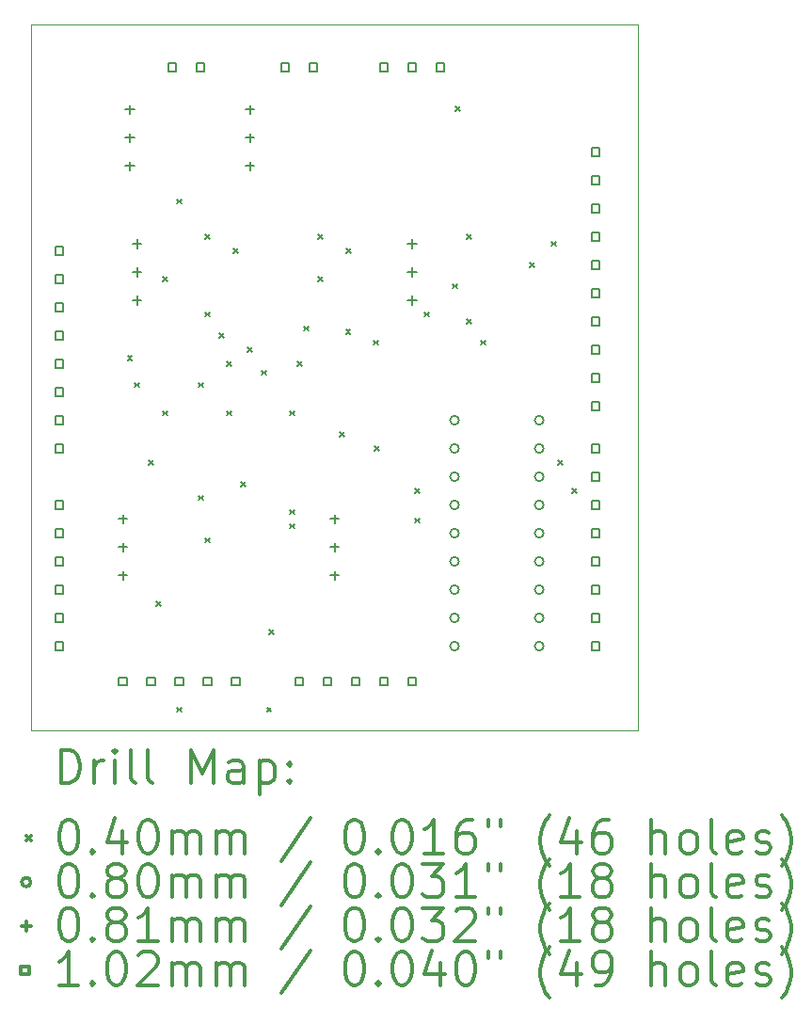
<source format=gbr>
%FSLAX45Y45*%
G04 Gerber Fmt 4.5, Leading zero omitted, Abs format (unit mm)*
G04 Created by KiCad (PCBNEW (2015-09-03 BZR 6154)-product) date Saturday, September 05, 2015 'PMt' 10:25:49 PM*
%MOMM*%
G01*
G04 APERTURE LIST*
%ADD10C,0.127000*%
%ADD11C,0.100000*%
%ADD12C,0.200000*%
%ADD13C,0.300000*%
G04 APERTURE END LIST*
D10*
D11*
X24003000Y-14351000D02*
X18542000Y-14351000D01*
X24003000Y-14224000D02*
X24003000Y-14351000D01*
X24003000Y-8001000D02*
X24003000Y-14224000D01*
X18542000Y-8001000D02*
X24003000Y-8001000D01*
X18542000Y-14351000D02*
X18542000Y-8001000D01*
D12*
X19408803Y-10976070D02*
X19448803Y-11016070D01*
X19448803Y-10976070D02*
X19408803Y-11016070D01*
X19474500Y-11219500D02*
X19514500Y-11259500D01*
X19514500Y-11219500D02*
X19474500Y-11259500D01*
X19601500Y-11918000D02*
X19641500Y-11958000D01*
X19641500Y-11918000D02*
X19601500Y-11958000D01*
X19665000Y-13188000D02*
X19705000Y-13228000D01*
X19705000Y-13188000D02*
X19665000Y-13228000D01*
X19728500Y-10267000D02*
X19768500Y-10307000D01*
X19768500Y-10267000D02*
X19728500Y-10307000D01*
X19728500Y-11473500D02*
X19768500Y-11513500D01*
X19768500Y-11473500D02*
X19728500Y-11513500D01*
X19855500Y-9568500D02*
X19895500Y-9608500D01*
X19895500Y-9568500D02*
X19855500Y-9608500D01*
X19855500Y-14140500D02*
X19895500Y-14180500D01*
X19895500Y-14140500D02*
X19855500Y-14180500D01*
X20046000Y-11219500D02*
X20086000Y-11259500D01*
X20086000Y-11219500D02*
X20046000Y-11259500D01*
X20049099Y-12235500D02*
X20089099Y-12275500D01*
X20089099Y-12235500D02*
X20049099Y-12275500D01*
X20109500Y-9888450D02*
X20149500Y-9928450D01*
X20149500Y-9888450D02*
X20109500Y-9928450D01*
X20109500Y-10584500D02*
X20149500Y-10624500D01*
X20149500Y-10584500D02*
X20109500Y-10624500D01*
X20109500Y-12616500D02*
X20149500Y-12656500D01*
X20149500Y-12616500D02*
X20109500Y-12656500D01*
X20236500Y-10775000D02*
X20276500Y-10815000D01*
X20276500Y-10775000D02*
X20236500Y-10815000D01*
X20300000Y-11029000D02*
X20340000Y-11069000D01*
X20340000Y-11029000D02*
X20300000Y-11069000D01*
X20300000Y-11473500D02*
X20340000Y-11513500D01*
X20340000Y-11473500D02*
X20300000Y-11513500D01*
X20363500Y-10013000D02*
X20403500Y-10053000D01*
X20403500Y-10013000D02*
X20363500Y-10053000D01*
X20427000Y-12114500D02*
X20467000Y-12154500D01*
X20467000Y-12114500D02*
X20427000Y-12154500D01*
X20490500Y-10902000D02*
X20530500Y-10942000D01*
X20530500Y-10902000D02*
X20490500Y-10942000D01*
X20617500Y-11108692D02*
X20657500Y-11148692D01*
X20657500Y-11108692D02*
X20617500Y-11148692D01*
X20663290Y-14140500D02*
X20703290Y-14180500D01*
X20703290Y-14140500D02*
X20663290Y-14180500D01*
X20681000Y-13442000D02*
X20721000Y-13482000D01*
X20721000Y-13442000D02*
X20681000Y-13482000D01*
X20871500Y-11473500D02*
X20911500Y-11513500D01*
X20911500Y-11473500D02*
X20871500Y-11513500D01*
X20871500Y-12489500D02*
X20911500Y-12529500D01*
X20911500Y-12489500D02*
X20871500Y-12529500D01*
X20871500Y-12362500D02*
X20911500Y-12402500D01*
X20911500Y-12362500D02*
X20871500Y-12402500D01*
X20935000Y-11029000D02*
X20975000Y-11069000D01*
X20975000Y-11029000D02*
X20935000Y-11069000D01*
X20998500Y-10711500D02*
X21038500Y-10751500D01*
X21038500Y-10711500D02*
X20998500Y-10751500D01*
X21125500Y-9886000D02*
X21165500Y-9926000D01*
X21165500Y-9886000D02*
X21125500Y-9926000D01*
X21125500Y-10267000D02*
X21165500Y-10307000D01*
X21165500Y-10267000D02*
X21125500Y-10307000D01*
X21316000Y-11664000D02*
X21356000Y-11704000D01*
X21356000Y-11664000D02*
X21316000Y-11704000D01*
X21373115Y-10742298D02*
X21413115Y-10782298D01*
X21413115Y-10742298D02*
X21373115Y-10782298D01*
X21379500Y-10012997D02*
X21419500Y-10052997D01*
X21419500Y-10012997D02*
X21379500Y-10052997D01*
X21622535Y-10838500D02*
X21662535Y-10878500D01*
X21662535Y-10838500D02*
X21622535Y-10878500D01*
X21633500Y-11791000D02*
X21673500Y-11831000D01*
X21673500Y-11791000D02*
X21633500Y-11831000D01*
X21998308Y-12172000D02*
X22038308Y-12212000D01*
X22038308Y-12172000D02*
X21998308Y-12212000D01*
X21998308Y-12439505D02*
X22038308Y-12479505D01*
X22038308Y-12439505D02*
X21998308Y-12479505D01*
X22078000Y-10584500D02*
X22118000Y-10624500D01*
X22118000Y-10584500D02*
X22078000Y-10624500D01*
X22332000Y-10330501D02*
X22372000Y-10370501D01*
X22372000Y-10330501D02*
X22332000Y-10370501D01*
X22362798Y-8736615D02*
X22402798Y-8776615D01*
X22402798Y-8736615D02*
X22362798Y-8776615D01*
X22459000Y-9887890D02*
X22499000Y-9927890D01*
X22499000Y-9887890D02*
X22459000Y-9927890D01*
X22459000Y-10648000D02*
X22499000Y-10688000D01*
X22499000Y-10648000D02*
X22459000Y-10688000D01*
X22586000Y-10838500D02*
X22626000Y-10878500D01*
X22626000Y-10838500D02*
X22586000Y-10878500D01*
X23030500Y-10140000D02*
X23070500Y-10180000D01*
X23070500Y-10140000D02*
X23030500Y-10180000D01*
X23221000Y-9949500D02*
X23261000Y-9989500D01*
X23261000Y-9949500D02*
X23221000Y-9989500D01*
X23284500Y-11918000D02*
X23324500Y-11958000D01*
X23324500Y-11918000D02*
X23284500Y-11958000D01*
X23411500Y-12172000D02*
X23451500Y-12212000D01*
X23451500Y-12172000D02*
X23411500Y-12212000D01*
X22392000Y-11557000D02*
G75*
G03X22392000Y-11557000I-40000J0D01*
G01*
X22392000Y-11811000D02*
G75*
G03X22392000Y-11811000I-40000J0D01*
G01*
X22392000Y-12065000D02*
G75*
G03X22392000Y-12065000I-40000J0D01*
G01*
X22392000Y-12319000D02*
G75*
G03X22392000Y-12319000I-40000J0D01*
G01*
X22392000Y-12573000D02*
G75*
G03X22392000Y-12573000I-40000J0D01*
G01*
X22392000Y-12827000D02*
G75*
G03X22392000Y-12827000I-40000J0D01*
G01*
X22392000Y-13081000D02*
G75*
G03X22392000Y-13081000I-40000J0D01*
G01*
X22392000Y-13335000D02*
G75*
G03X22392000Y-13335000I-40000J0D01*
G01*
X22392000Y-13589000D02*
G75*
G03X22392000Y-13589000I-40000J0D01*
G01*
X23154000Y-11557000D02*
G75*
G03X23154000Y-11557000I-40000J0D01*
G01*
X23154000Y-11811000D02*
G75*
G03X23154000Y-11811000I-40000J0D01*
G01*
X23154000Y-12065000D02*
G75*
G03X23154000Y-12065000I-40000J0D01*
G01*
X23154000Y-12319000D02*
G75*
G03X23154000Y-12319000I-40000J0D01*
G01*
X23154000Y-12573000D02*
G75*
G03X23154000Y-12573000I-40000J0D01*
G01*
X23154000Y-12827000D02*
G75*
G03X23154000Y-12827000I-40000J0D01*
G01*
X23154000Y-13081000D02*
G75*
G03X23154000Y-13081000I-40000J0D01*
G01*
X23154000Y-13335000D02*
G75*
G03X23154000Y-13335000I-40000J0D01*
G01*
X23154000Y-13589000D02*
G75*
G03X23154000Y-13589000I-40000J0D01*
G01*
X19367500Y-12405360D02*
X19367500Y-12486640D01*
X19326860Y-12446000D02*
X19408140Y-12446000D01*
X19367500Y-12659360D02*
X19367500Y-12740640D01*
X19326860Y-12700000D02*
X19408140Y-12700000D01*
X19367500Y-12913360D02*
X19367500Y-12994640D01*
X19326860Y-12954000D02*
X19408140Y-12954000D01*
X19431000Y-8722360D02*
X19431000Y-8803640D01*
X19390360Y-8763000D02*
X19471640Y-8763000D01*
X19431000Y-8976360D02*
X19431000Y-9057640D01*
X19390360Y-9017000D02*
X19471640Y-9017000D01*
X19431000Y-9230360D02*
X19431000Y-9311640D01*
X19390360Y-9271000D02*
X19471640Y-9271000D01*
X19494500Y-9928860D02*
X19494500Y-10010140D01*
X19453860Y-9969500D02*
X19535140Y-9969500D01*
X19494500Y-10182860D02*
X19494500Y-10264140D01*
X19453860Y-10223500D02*
X19535140Y-10223500D01*
X19494500Y-10436860D02*
X19494500Y-10518140D01*
X19453860Y-10477500D02*
X19535140Y-10477500D01*
X20510500Y-8722360D02*
X20510500Y-8803640D01*
X20469860Y-8763000D02*
X20551140Y-8763000D01*
X20510500Y-8976360D02*
X20510500Y-9057640D01*
X20469860Y-9017000D02*
X20551140Y-9017000D01*
X20510500Y-9230360D02*
X20510500Y-9311640D01*
X20469860Y-9271000D02*
X20551140Y-9271000D01*
X21272500Y-12405360D02*
X21272500Y-12486640D01*
X21231860Y-12446000D02*
X21313140Y-12446000D01*
X21272500Y-12659360D02*
X21272500Y-12740640D01*
X21231860Y-12700000D02*
X21313140Y-12700000D01*
X21272500Y-12913360D02*
X21272500Y-12994640D01*
X21231860Y-12954000D02*
X21313140Y-12954000D01*
X21971000Y-9928860D02*
X21971000Y-10010140D01*
X21930360Y-9969500D02*
X22011640Y-9969500D01*
X21971000Y-10182860D02*
X21971000Y-10264140D01*
X21930360Y-10223500D02*
X22011640Y-10223500D01*
X21971000Y-10436860D02*
X21971000Y-10518140D01*
X21930360Y-10477500D02*
X22011640Y-10477500D01*
X18831921Y-10068921D02*
X18831921Y-9997079D01*
X18760079Y-9997079D01*
X18760079Y-10068921D01*
X18831921Y-10068921D01*
X18831921Y-10322921D02*
X18831921Y-10251079D01*
X18760079Y-10251079D01*
X18760079Y-10322921D01*
X18831921Y-10322921D01*
X18831921Y-10576921D02*
X18831921Y-10505079D01*
X18760079Y-10505079D01*
X18760079Y-10576921D01*
X18831921Y-10576921D01*
X18831921Y-10830921D02*
X18831921Y-10759079D01*
X18760079Y-10759079D01*
X18760079Y-10830921D01*
X18831921Y-10830921D01*
X18831921Y-11084921D02*
X18831921Y-11013079D01*
X18760079Y-11013079D01*
X18760079Y-11084921D01*
X18831921Y-11084921D01*
X18831921Y-11338921D02*
X18831921Y-11267079D01*
X18760079Y-11267079D01*
X18760079Y-11338921D01*
X18831921Y-11338921D01*
X18831921Y-11592921D02*
X18831921Y-11521079D01*
X18760079Y-11521079D01*
X18760079Y-11592921D01*
X18831921Y-11592921D01*
X18831921Y-11846921D02*
X18831921Y-11775079D01*
X18760079Y-11775079D01*
X18760079Y-11846921D01*
X18831921Y-11846921D01*
X18831921Y-12354921D02*
X18831921Y-12283079D01*
X18760079Y-12283079D01*
X18760079Y-12354921D01*
X18831921Y-12354921D01*
X18831921Y-12608921D02*
X18831921Y-12537079D01*
X18760079Y-12537079D01*
X18760079Y-12608921D01*
X18831921Y-12608921D01*
X18831921Y-12862921D02*
X18831921Y-12791079D01*
X18760079Y-12791079D01*
X18760079Y-12862921D01*
X18831921Y-12862921D01*
X18831921Y-13116921D02*
X18831921Y-13045079D01*
X18760079Y-13045079D01*
X18760079Y-13116921D01*
X18831921Y-13116921D01*
X18831921Y-13370921D02*
X18831921Y-13299079D01*
X18760079Y-13299079D01*
X18760079Y-13370921D01*
X18831921Y-13370921D01*
X18831921Y-13624921D02*
X18831921Y-13553079D01*
X18760079Y-13553079D01*
X18760079Y-13624921D01*
X18831921Y-13624921D01*
X19403421Y-13942421D02*
X19403421Y-13870579D01*
X19331579Y-13870579D01*
X19331579Y-13942421D01*
X19403421Y-13942421D01*
X19657421Y-13942421D02*
X19657421Y-13870579D01*
X19585579Y-13870579D01*
X19585579Y-13942421D01*
X19657421Y-13942421D01*
X19847921Y-8417921D02*
X19847921Y-8346079D01*
X19776079Y-8346079D01*
X19776079Y-8417921D01*
X19847921Y-8417921D01*
X19911421Y-13942421D02*
X19911421Y-13870579D01*
X19839579Y-13870579D01*
X19839579Y-13942421D01*
X19911421Y-13942421D01*
X20101921Y-8417921D02*
X20101921Y-8346079D01*
X20030079Y-8346079D01*
X20030079Y-8417921D01*
X20101921Y-8417921D01*
X20165421Y-13942421D02*
X20165421Y-13870579D01*
X20093579Y-13870579D01*
X20093579Y-13942421D01*
X20165421Y-13942421D01*
X20419421Y-13942421D02*
X20419421Y-13870579D01*
X20347579Y-13870579D01*
X20347579Y-13942421D01*
X20419421Y-13942421D01*
X20863921Y-8417921D02*
X20863921Y-8346079D01*
X20792079Y-8346079D01*
X20792079Y-8417921D01*
X20863921Y-8417921D01*
X20990921Y-13942421D02*
X20990921Y-13870579D01*
X20919079Y-13870579D01*
X20919079Y-13942421D01*
X20990921Y-13942421D01*
X21117921Y-8417921D02*
X21117921Y-8346079D01*
X21046079Y-8346079D01*
X21046079Y-8417921D01*
X21117921Y-8417921D01*
X21244921Y-13942421D02*
X21244921Y-13870579D01*
X21173079Y-13870579D01*
X21173079Y-13942421D01*
X21244921Y-13942421D01*
X21498921Y-13942421D02*
X21498921Y-13870579D01*
X21427079Y-13870579D01*
X21427079Y-13942421D01*
X21498921Y-13942421D01*
X21752921Y-8417921D02*
X21752921Y-8346079D01*
X21681079Y-8346079D01*
X21681079Y-8417921D01*
X21752921Y-8417921D01*
X21752921Y-13942421D02*
X21752921Y-13870579D01*
X21681079Y-13870579D01*
X21681079Y-13942421D01*
X21752921Y-13942421D01*
X22006921Y-8417921D02*
X22006921Y-8346079D01*
X21935079Y-8346079D01*
X21935079Y-8417921D01*
X22006921Y-8417921D01*
X22006921Y-13942421D02*
X22006921Y-13870579D01*
X21935079Y-13870579D01*
X21935079Y-13942421D01*
X22006921Y-13942421D01*
X22260921Y-8417921D02*
X22260921Y-8346079D01*
X22189079Y-8346079D01*
X22189079Y-8417921D01*
X22260921Y-8417921D01*
X23657921Y-9179921D02*
X23657921Y-9108079D01*
X23586079Y-9108079D01*
X23586079Y-9179921D01*
X23657921Y-9179921D01*
X23657921Y-9433921D02*
X23657921Y-9362079D01*
X23586079Y-9362079D01*
X23586079Y-9433921D01*
X23657921Y-9433921D01*
X23657921Y-9687921D02*
X23657921Y-9616079D01*
X23586079Y-9616079D01*
X23586079Y-9687921D01*
X23657921Y-9687921D01*
X23657921Y-9941921D02*
X23657921Y-9870079D01*
X23586079Y-9870079D01*
X23586079Y-9941921D01*
X23657921Y-9941921D01*
X23657921Y-10195921D02*
X23657921Y-10124079D01*
X23586079Y-10124079D01*
X23586079Y-10195921D01*
X23657921Y-10195921D01*
X23657921Y-10449921D02*
X23657921Y-10378079D01*
X23586079Y-10378079D01*
X23586079Y-10449921D01*
X23657921Y-10449921D01*
X23657921Y-10703921D02*
X23657921Y-10632079D01*
X23586079Y-10632079D01*
X23586079Y-10703921D01*
X23657921Y-10703921D01*
X23657921Y-10957921D02*
X23657921Y-10886079D01*
X23586079Y-10886079D01*
X23586079Y-10957921D01*
X23657921Y-10957921D01*
X23657921Y-11211921D02*
X23657921Y-11140079D01*
X23586079Y-11140079D01*
X23586079Y-11211921D01*
X23657921Y-11211921D01*
X23657921Y-11465921D02*
X23657921Y-11394079D01*
X23586079Y-11394079D01*
X23586079Y-11465921D01*
X23657921Y-11465921D01*
X23657921Y-11846921D02*
X23657921Y-11775079D01*
X23586079Y-11775079D01*
X23586079Y-11846921D01*
X23657921Y-11846921D01*
X23657921Y-12100921D02*
X23657921Y-12029079D01*
X23586079Y-12029079D01*
X23586079Y-12100921D01*
X23657921Y-12100921D01*
X23657921Y-12354921D02*
X23657921Y-12283079D01*
X23586079Y-12283079D01*
X23586079Y-12354921D01*
X23657921Y-12354921D01*
X23657921Y-12608921D02*
X23657921Y-12537079D01*
X23586079Y-12537079D01*
X23586079Y-12608921D01*
X23657921Y-12608921D01*
X23657921Y-12862921D02*
X23657921Y-12791079D01*
X23586079Y-12791079D01*
X23586079Y-12862921D01*
X23657921Y-12862921D01*
X23657921Y-13116921D02*
X23657921Y-13045079D01*
X23586079Y-13045079D01*
X23586079Y-13116921D01*
X23657921Y-13116921D01*
X23657921Y-13370921D02*
X23657921Y-13299079D01*
X23586079Y-13299079D01*
X23586079Y-13370921D01*
X23657921Y-13370921D01*
X23657921Y-13624921D02*
X23657921Y-13553079D01*
X23586079Y-13553079D01*
X23586079Y-13624921D01*
X23657921Y-13624921D01*
D13*
X18808429Y-14821714D02*
X18808429Y-14521714D01*
X18879857Y-14521714D01*
X18922714Y-14536000D01*
X18951286Y-14564571D01*
X18965571Y-14593143D01*
X18979857Y-14650286D01*
X18979857Y-14693143D01*
X18965571Y-14750286D01*
X18951286Y-14778857D01*
X18922714Y-14807429D01*
X18879857Y-14821714D01*
X18808429Y-14821714D01*
X19108429Y-14821714D02*
X19108429Y-14621714D01*
X19108429Y-14678857D02*
X19122714Y-14650286D01*
X19137000Y-14636000D01*
X19165571Y-14621714D01*
X19194143Y-14621714D01*
X19294143Y-14821714D02*
X19294143Y-14621714D01*
X19294143Y-14521714D02*
X19279857Y-14536000D01*
X19294143Y-14550286D01*
X19308429Y-14536000D01*
X19294143Y-14521714D01*
X19294143Y-14550286D01*
X19479857Y-14821714D02*
X19451286Y-14807429D01*
X19437000Y-14778857D01*
X19437000Y-14521714D01*
X19637000Y-14821714D02*
X19608429Y-14807429D01*
X19594143Y-14778857D01*
X19594143Y-14521714D01*
X19979857Y-14821714D02*
X19979857Y-14521714D01*
X20079857Y-14736000D01*
X20179857Y-14521714D01*
X20179857Y-14821714D01*
X20451286Y-14821714D02*
X20451286Y-14664571D01*
X20437000Y-14636000D01*
X20408429Y-14621714D01*
X20351286Y-14621714D01*
X20322714Y-14636000D01*
X20451286Y-14807429D02*
X20422714Y-14821714D01*
X20351286Y-14821714D01*
X20322714Y-14807429D01*
X20308429Y-14778857D01*
X20308429Y-14750286D01*
X20322714Y-14721714D01*
X20351286Y-14707429D01*
X20422714Y-14707429D01*
X20451286Y-14693143D01*
X20594143Y-14621714D02*
X20594143Y-14921714D01*
X20594143Y-14636000D02*
X20622714Y-14621714D01*
X20679857Y-14621714D01*
X20708429Y-14636000D01*
X20722714Y-14650286D01*
X20737000Y-14678857D01*
X20737000Y-14764571D01*
X20722714Y-14793143D01*
X20708429Y-14807429D01*
X20679857Y-14821714D01*
X20622714Y-14821714D01*
X20594143Y-14807429D01*
X20865571Y-14793143D02*
X20879857Y-14807429D01*
X20865571Y-14821714D01*
X20851286Y-14807429D01*
X20865571Y-14793143D01*
X20865571Y-14821714D01*
X20865571Y-14636000D02*
X20879857Y-14650286D01*
X20865571Y-14664571D01*
X20851286Y-14650286D01*
X20865571Y-14636000D01*
X20865571Y-14664571D01*
X18497000Y-15296000D02*
X18537000Y-15336000D01*
X18537000Y-15296000D02*
X18497000Y-15336000D01*
X18865571Y-15151714D02*
X18894143Y-15151714D01*
X18922714Y-15166000D01*
X18937000Y-15180286D01*
X18951286Y-15208857D01*
X18965571Y-15266000D01*
X18965571Y-15337429D01*
X18951286Y-15394571D01*
X18937000Y-15423143D01*
X18922714Y-15437429D01*
X18894143Y-15451714D01*
X18865571Y-15451714D01*
X18837000Y-15437429D01*
X18822714Y-15423143D01*
X18808429Y-15394571D01*
X18794143Y-15337429D01*
X18794143Y-15266000D01*
X18808429Y-15208857D01*
X18822714Y-15180286D01*
X18837000Y-15166000D01*
X18865571Y-15151714D01*
X19094143Y-15423143D02*
X19108429Y-15437429D01*
X19094143Y-15451714D01*
X19079857Y-15437429D01*
X19094143Y-15423143D01*
X19094143Y-15451714D01*
X19365571Y-15251714D02*
X19365571Y-15451714D01*
X19294143Y-15137429D02*
X19222714Y-15351714D01*
X19408428Y-15351714D01*
X19579857Y-15151714D02*
X19608429Y-15151714D01*
X19637000Y-15166000D01*
X19651286Y-15180286D01*
X19665571Y-15208857D01*
X19679857Y-15266000D01*
X19679857Y-15337429D01*
X19665571Y-15394571D01*
X19651286Y-15423143D01*
X19637000Y-15437429D01*
X19608429Y-15451714D01*
X19579857Y-15451714D01*
X19551286Y-15437429D01*
X19537000Y-15423143D01*
X19522714Y-15394571D01*
X19508429Y-15337429D01*
X19508429Y-15266000D01*
X19522714Y-15208857D01*
X19537000Y-15180286D01*
X19551286Y-15166000D01*
X19579857Y-15151714D01*
X19808429Y-15451714D02*
X19808429Y-15251714D01*
X19808429Y-15280286D02*
X19822714Y-15266000D01*
X19851286Y-15251714D01*
X19894143Y-15251714D01*
X19922714Y-15266000D01*
X19937000Y-15294571D01*
X19937000Y-15451714D01*
X19937000Y-15294571D02*
X19951286Y-15266000D01*
X19979857Y-15251714D01*
X20022714Y-15251714D01*
X20051286Y-15266000D01*
X20065571Y-15294571D01*
X20065571Y-15451714D01*
X20208429Y-15451714D02*
X20208429Y-15251714D01*
X20208429Y-15280286D02*
X20222714Y-15266000D01*
X20251286Y-15251714D01*
X20294143Y-15251714D01*
X20322714Y-15266000D01*
X20337000Y-15294571D01*
X20337000Y-15451714D01*
X20337000Y-15294571D02*
X20351286Y-15266000D01*
X20379857Y-15251714D01*
X20422714Y-15251714D01*
X20451286Y-15266000D01*
X20465571Y-15294571D01*
X20465571Y-15451714D01*
X21051286Y-15137429D02*
X20794143Y-15523143D01*
X21437000Y-15151714D02*
X21465571Y-15151714D01*
X21494143Y-15166000D01*
X21508428Y-15180286D01*
X21522714Y-15208857D01*
X21537000Y-15266000D01*
X21537000Y-15337429D01*
X21522714Y-15394571D01*
X21508428Y-15423143D01*
X21494143Y-15437429D01*
X21465571Y-15451714D01*
X21437000Y-15451714D01*
X21408428Y-15437429D01*
X21394143Y-15423143D01*
X21379857Y-15394571D01*
X21365571Y-15337429D01*
X21365571Y-15266000D01*
X21379857Y-15208857D01*
X21394143Y-15180286D01*
X21408428Y-15166000D01*
X21437000Y-15151714D01*
X21665571Y-15423143D02*
X21679857Y-15437429D01*
X21665571Y-15451714D01*
X21651286Y-15437429D01*
X21665571Y-15423143D01*
X21665571Y-15451714D01*
X21865571Y-15151714D02*
X21894143Y-15151714D01*
X21922714Y-15166000D01*
X21937000Y-15180286D01*
X21951286Y-15208857D01*
X21965571Y-15266000D01*
X21965571Y-15337429D01*
X21951286Y-15394571D01*
X21937000Y-15423143D01*
X21922714Y-15437429D01*
X21894143Y-15451714D01*
X21865571Y-15451714D01*
X21837000Y-15437429D01*
X21822714Y-15423143D01*
X21808428Y-15394571D01*
X21794143Y-15337429D01*
X21794143Y-15266000D01*
X21808428Y-15208857D01*
X21822714Y-15180286D01*
X21837000Y-15166000D01*
X21865571Y-15151714D01*
X22251286Y-15451714D02*
X22079857Y-15451714D01*
X22165571Y-15451714D02*
X22165571Y-15151714D01*
X22137000Y-15194571D01*
X22108428Y-15223143D01*
X22079857Y-15237429D01*
X22508428Y-15151714D02*
X22451285Y-15151714D01*
X22422714Y-15166000D01*
X22408428Y-15180286D01*
X22379857Y-15223143D01*
X22365571Y-15280286D01*
X22365571Y-15394571D01*
X22379857Y-15423143D01*
X22394143Y-15437429D01*
X22422714Y-15451714D01*
X22479857Y-15451714D01*
X22508428Y-15437429D01*
X22522714Y-15423143D01*
X22537000Y-15394571D01*
X22537000Y-15323143D01*
X22522714Y-15294571D01*
X22508428Y-15280286D01*
X22479857Y-15266000D01*
X22422714Y-15266000D01*
X22394143Y-15280286D01*
X22379857Y-15294571D01*
X22365571Y-15323143D01*
X22651286Y-15151714D02*
X22651286Y-15208857D01*
X22765571Y-15151714D02*
X22765571Y-15208857D01*
X23208428Y-15566000D02*
X23194143Y-15551714D01*
X23165571Y-15508857D01*
X23151285Y-15480286D01*
X23137000Y-15437429D01*
X23122714Y-15366000D01*
X23122714Y-15308857D01*
X23137000Y-15237429D01*
X23151285Y-15194571D01*
X23165571Y-15166000D01*
X23194143Y-15123143D01*
X23208428Y-15108857D01*
X23451285Y-15251714D02*
X23451285Y-15451714D01*
X23379857Y-15137429D02*
X23308428Y-15351714D01*
X23494143Y-15351714D01*
X23737000Y-15151714D02*
X23679857Y-15151714D01*
X23651285Y-15166000D01*
X23637000Y-15180286D01*
X23608428Y-15223143D01*
X23594143Y-15280286D01*
X23594143Y-15394571D01*
X23608428Y-15423143D01*
X23622714Y-15437429D01*
X23651285Y-15451714D01*
X23708428Y-15451714D01*
X23737000Y-15437429D01*
X23751285Y-15423143D01*
X23765571Y-15394571D01*
X23765571Y-15323143D01*
X23751285Y-15294571D01*
X23737000Y-15280286D01*
X23708428Y-15266000D01*
X23651285Y-15266000D01*
X23622714Y-15280286D01*
X23608428Y-15294571D01*
X23594143Y-15323143D01*
X24122714Y-15451714D02*
X24122714Y-15151714D01*
X24251285Y-15451714D02*
X24251285Y-15294571D01*
X24237000Y-15266000D01*
X24208428Y-15251714D01*
X24165571Y-15251714D01*
X24137000Y-15266000D01*
X24122714Y-15280286D01*
X24437000Y-15451714D02*
X24408428Y-15437429D01*
X24394143Y-15423143D01*
X24379857Y-15394571D01*
X24379857Y-15308857D01*
X24394143Y-15280286D01*
X24408428Y-15266000D01*
X24437000Y-15251714D01*
X24479857Y-15251714D01*
X24508428Y-15266000D01*
X24522714Y-15280286D01*
X24537000Y-15308857D01*
X24537000Y-15394571D01*
X24522714Y-15423143D01*
X24508428Y-15437429D01*
X24479857Y-15451714D01*
X24437000Y-15451714D01*
X24708428Y-15451714D02*
X24679857Y-15437429D01*
X24665571Y-15408857D01*
X24665571Y-15151714D01*
X24937000Y-15437429D02*
X24908428Y-15451714D01*
X24851286Y-15451714D01*
X24822714Y-15437429D01*
X24808428Y-15408857D01*
X24808428Y-15294571D01*
X24822714Y-15266000D01*
X24851286Y-15251714D01*
X24908428Y-15251714D01*
X24937000Y-15266000D01*
X24951286Y-15294571D01*
X24951286Y-15323143D01*
X24808428Y-15351714D01*
X25065571Y-15437429D02*
X25094143Y-15451714D01*
X25151286Y-15451714D01*
X25179857Y-15437429D01*
X25194143Y-15408857D01*
X25194143Y-15394571D01*
X25179857Y-15366000D01*
X25151286Y-15351714D01*
X25108428Y-15351714D01*
X25079857Y-15337429D01*
X25065571Y-15308857D01*
X25065571Y-15294571D01*
X25079857Y-15266000D01*
X25108428Y-15251714D01*
X25151286Y-15251714D01*
X25179857Y-15266000D01*
X25294143Y-15566000D02*
X25308428Y-15551714D01*
X25337000Y-15508857D01*
X25351286Y-15480286D01*
X25365571Y-15437429D01*
X25379857Y-15366000D01*
X25379857Y-15308857D01*
X25365571Y-15237429D01*
X25351286Y-15194571D01*
X25337000Y-15166000D01*
X25308428Y-15123143D01*
X25294143Y-15108857D01*
X18537000Y-15712000D02*
G75*
G03X18537000Y-15712000I-40000J0D01*
G01*
X18865571Y-15547714D02*
X18894143Y-15547714D01*
X18922714Y-15562000D01*
X18937000Y-15576286D01*
X18951286Y-15604857D01*
X18965571Y-15662000D01*
X18965571Y-15733429D01*
X18951286Y-15790571D01*
X18937000Y-15819143D01*
X18922714Y-15833429D01*
X18894143Y-15847714D01*
X18865571Y-15847714D01*
X18837000Y-15833429D01*
X18822714Y-15819143D01*
X18808429Y-15790571D01*
X18794143Y-15733429D01*
X18794143Y-15662000D01*
X18808429Y-15604857D01*
X18822714Y-15576286D01*
X18837000Y-15562000D01*
X18865571Y-15547714D01*
X19094143Y-15819143D02*
X19108429Y-15833429D01*
X19094143Y-15847714D01*
X19079857Y-15833429D01*
X19094143Y-15819143D01*
X19094143Y-15847714D01*
X19279857Y-15676286D02*
X19251286Y-15662000D01*
X19237000Y-15647714D01*
X19222714Y-15619143D01*
X19222714Y-15604857D01*
X19237000Y-15576286D01*
X19251286Y-15562000D01*
X19279857Y-15547714D01*
X19337000Y-15547714D01*
X19365571Y-15562000D01*
X19379857Y-15576286D01*
X19394143Y-15604857D01*
X19394143Y-15619143D01*
X19379857Y-15647714D01*
X19365571Y-15662000D01*
X19337000Y-15676286D01*
X19279857Y-15676286D01*
X19251286Y-15690571D01*
X19237000Y-15704857D01*
X19222714Y-15733429D01*
X19222714Y-15790571D01*
X19237000Y-15819143D01*
X19251286Y-15833429D01*
X19279857Y-15847714D01*
X19337000Y-15847714D01*
X19365571Y-15833429D01*
X19379857Y-15819143D01*
X19394143Y-15790571D01*
X19394143Y-15733429D01*
X19379857Y-15704857D01*
X19365571Y-15690571D01*
X19337000Y-15676286D01*
X19579857Y-15547714D02*
X19608429Y-15547714D01*
X19637000Y-15562000D01*
X19651286Y-15576286D01*
X19665571Y-15604857D01*
X19679857Y-15662000D01*
X19679857Y-15733429D01*
X19665571Y-15790571D01*
X19651286Y-15819143D01*
X19637000Y-15833429D01*
X19608429Y-15847714D01*
X19579857Y-15847714D01*
X19551286Y-15833429D01*
X19537000Y-15819143D01*
X19522714Y-15790571D01*
X19508429Y-15733429D01*
X19508429Y-15662000D01*
X19522714Y-15604857D01*
X19537000Y-15576286D01*
X19551286Y-15562000D01*
X19579857Y-15547714D01*
X19808429Y-15847714D02*
X19808429Y-15647714D01*
X19808429Y-15676286D02*
X19822714Y-15662000D01*
X19851286Y-15647714D01*
X19894143Y-15647714D01*
X19922714Y-15662000D01*
X19937000Y-15690571D01*
X19937000Y-15847714D01*
X19937000Y-15690571D02*
X19951286Y-15662000D01*
X19979857Y-15647714D01*
X20022714Y-15647714D01*
X20051286Y-15662000D01*
X20065571Y-15690571D01*
X20065571Y-15847714D01*
X20208429Y-15847714D02*
X20208429Y-15647714D01*
X20208429Y-15676286D02*
X20222714Y-15662000D01*
X20251286Y-15647714D01*
X20294143Y-15647714D01*
X20322714Y-15662000D01*
X20337000Y-15690571D01*
X20337000Y-15847714D01*
X20337000Y-15690571D02*
X20351286Y-15662000D01*
X20379857Y-15647714D01*
X20422714Y-15647714D01*
X20451286Y-15662000D01*
X20465571Y-15690571D01*
X20465571Y-15847714D01*
X21051286Y-15533429D02*
X20794143Y-15919143D01*
X21437000Y-15547714D02*
X21465571Y-15547714D01*
X21494143Y-15562000D01*
X21508428Y-15576286D01*
X21522714Y-15604857D01*
X21537000Y-15662000D01*
X21537000Y-15733429D01*
X21522714Y-15790571D01*
X21508428Y-15819143D01*
X21494143Y-15833429D01*
X21465571Y-15847714D01*
X21437000Y-15847714D01*
X21408428Y-15833429D01*
X21394143Y-15819143D01*
X21379857Y-15790571D01*
X21365571Y-15733429D01*
X21365571Y-15662000D01*
X21379857Y-15604857D01*
X21394143Y-15576286D01*
X21408428Y-15562000D01*
X21437000Y-15547714D01*
X21665571Y-15819143D02*
X21679857Y-15833429D01*
X21665571Y-15847714D01*
X21651286Y-15833429D01*
X21665571Y-15819143D01*
X21665571Y-15847714D01*
X21865571Y-15547714D02*
X21894143Y-15547714D01*
X21922714Y-15562000D01*
X21937000Y-15576286D01*
X21951286Y-15604857D01*
X21965571Y-15662000D01*
X21965571Y-15733429D01*
X21951286Y-15790571D01*
X21937000Y-15819143D01*
X21922714Y-15833429D01*
X21894143Y-15847714D01*
X21865571Y-15847714D01*
X21837000Y-15833429D01*
X21822714Y-15819143D01*
X21808428Y-15790571D01*
X21794143Y-15733429D01*
X21794143Y-15662000D01*
X21808428Y-15604857D01*
X21822714Y-15576286D01*
X21837000Y-15562000D01*
X21865571Y-15547714D01*
X22065571Y-15547714D02*
X22251286Y-15547714D01*
X22151286Y-15662000D01*
X22194143Y-15662000D01*
X22222714Y-15676286D01*
X22237000Y-15690571D01*
X22251286Y-15719143D01*
X22251286Y-15790571D01*
X22237000Y-15819143D01*
X22222714Y-15833429D01*
X22194143Y-15847714D01*
X22108428Y-15847714D01*
X22079857Y-15833429D01*
X22065571Y-15819143D01*
X22537000Y-15847714D02*
X22365571Y-15847714D01*
X22451285Y-15847714D02*
X22451285Y-15547714D01*
X22422714Y-15590571D01*
X22394143Y-15619143D01*
X22365571Y-15633429D01*
X22651286Y-15547714D02*
X22651286Y-15604857D01*
X22765571Y-15547714D02*
X22765571Y-15604857D01*
X23208428Y-15962000D02*
X23194143Y-15947714D01*
X23165571Y-15904857D01*
X23151285Y-15876286D01*
X23137000Y-15833429D01*
X23122714Y-15762000D01*
X23122714Y-15704857D01*
X23137000Y-15633429D01*
X23151285Y-15590571D01*
X23165571Y-15562000D01*
X23194143Y-15519143D01*
X23208428Y-15504857D01*
X23479857Y-15847714D02*
X23308428Y-15847714D01*
X23394143Y-15847714D02*
X23394143Y-15547714D01*
X23365571Y-15590571D01*
X23337000Y-15619143D01*
X23308428Y-15633429D01*
X23651285Y-15676286D02*
X23622714Y-15662000D01*
X23608428Y-15647714D01*
X23594143Y-15619143D01*
X23594143Y-15604857D01*
X23608428Y-15576286D01*
X23622714Y-15562000D01*
X23651285Y-15547714D01*
X23708428Y-15547714D01*
X23737000Y-15562000D01*
X23751285Y-15576286D01*
X23765571Y-15604857D01*
X23765571Y-15619143D01*
X23751285Y-15647714D01*
X23737000Y-15662000D01*
X23708428Y-15676286D01*
X23651285Y-15676286D01*
X23622714Y-15690571D01*
X23608428Y-15704857D01*
X23594143Y-15733429D01*
X23594143Y-15790571D01*
X23608428Y-15819143D01*
X23622714Y-15833429D01*
X23651285Y-15847714D01*
X23708428Y-15847714D01*
X23737000Y-15833429D01*
X23751285Y-15819143D01*
X23765571Y-15790571D01*
X23765571Y-15733429D01*
X23751285Y-15704857D01*
X23737000Y-15690571D01*
X23708428Y-15676286D01*
X24122714Y-15847714D02*
X24122714Y-15547714D01*
X24251285Y-15847714D02*
X24251285Y-15690571D01*
X24237000Y-15662000D01*
X24208428Y-15647714D01*
X24165571Y-15647714D01*
X24137000Y-15662000D01*
X24122714Y-15676286D01*
X24437000Y-15847714D02*
X24408428Y-15833429D01*
X24394143Y-15819143D01*
X24379857Y-15790571D01*
X24379857Y-15704857D01*
X24394143Y-15676286D01*
X24408428Y-15662000D01*
X24437000Y-15647714D01*
X24479857Y-15647714D01*
X24508428Y-15662000D01*
X24522714Y-15676286D01*
X24537000Y-15704857D01*
X24537000Y-15790571D01*
X24522714Y-15819143D01*
X24508428Y-15833429D01*
X24479857Y-15847714D01*
X24437000Y-15847714D01*
X24708428Y-15847714D02*
X24679857Y-15833429D01*
X24665571Y-15804857D01*
X24665571Y-15547714D01*
X24937000Y-15833429D02*
X24908428Y-15847714D01*
X24851286Y-15847714D01*
X24822714Y-15833429D01*
X24808428Y-15804857D01*
X24808428Y-15690571D01*
X24822714Y-15662000D01*
X24851286Y-15647714D01*
X24908428Y-15647714D01*
X24937000Y-15662000D01*
X24951286Y-15690571D01*
X24951286Y-15719143D01*
X24808428Y-15747714D01*
X25065571Y-15833429D02*
X25094143Y-15847714D01*
X25151286Y-15847714D01*
X25179857Y-15833429D01*
X25194143Y-15804857D01*
X25194143Y-15790571D01*
X25179857Y-15762000D01*
X25151286Y-15747714D01*
X25108428Y-15747714D01*
X25079857Y-15733429D01*
X25065571Y-15704857D01*
X25065571Y-15690571D01*
X25079857Y-15662000D01*
X25108428Y-15647714D01*
X25151286Y-15647714D01*
X25179857Y-15662000D01*
X25294143Y-15962000D02*
X25308428Y-15947714D01*
X25337000Y-15904857D01*
X25351286Y-15876286D01*
X25365571Y-15833429D01*
X25379857Y-15762000D01*
X25379857Y-15704857D01*
X25365571Y-15633429D01*
X25351286Y-15590571D01*
X25337000Y-15562000D01*
X25308428Y-15519143D01*
X25294143Y-15504857D01*
X18496360Y-16067360D02*
X18496360Y-16148640D01*
X18455720Y-16108000D02*
X18537000Y-16108000D01*
X18865571Y-15943714D02*
X18894143Y-15943714D01*
X18922714Y-15958000D01*
X18937000Y-15972286D01*
X18951286Y-16000857D01*
X18965571Y-16058000D01*
X18965571Y-16129429D01*
X18951286Y-16186571D01*
X18937000Y-16215143D01*
X18922714Y-16229429D01*
X18894143Y-16243714D01*
X18865571Y-16243714D01*
X18837000Y-16229429D01*
X18822714Y-16215143D01*
X18808429Y-16186571D01*
X18794143Y-16129429D01*
X18794143Y-16058000D01*
X18808429Y-16000857D01*
X18822714Y-15972286D01*
X18837000Y-15958000D01*
X18865571Y-15943714D01*
X19094143Y-16215143D02*
X19108429Y-16229429D01*
X19094143Y-16243714D01*
X19079857Y-16229429D01*
X19094143Y-16215143D01*
X19094143Y-16243714D01*
X19279857Y-16072286D02*
X19251286Y-16058000D01*
X19237000Y-16043714D01*
X19222714Y-16015143D01*
X19222714Y-16000857D01*
X19237000Y-15972286D01*
X19251286Y-15958000D01*
X19279857Y-15943714D01*
X19337000Y-15943714D01*
X19365571Y-15958000D01*
X19379857Y-15972286D01*
X19394143Y-16000857D01*
X19394143Y-16015143D01*
X19379857Y-16043714D01*
X19365571Y-16058000D01*
X19337000Y-16072286D01*
X19279857Y-16072286D01*
X19251286Y-16086571D01*
X19237000Y-16100857D01*
X19222714Y-16129429D01*
X19222714Y-16186571D01*
X19237000Y-16215143D01*
X19251286Y-16229429D01*
X19279857Y-16243714D01*
X19337000Y-16243714D01*
X19365571Y-16229429D01*
X19379857Y-16215143D01*
X19394143Y-16186571D01*
X19394143Y-16129429D01*
X19379857Y-16100857D01*
X19365571Y-16086571D01*
X19337000Y-16072286D01*
X19679857Y-16243714D02*
X19508429Y-16243714D01*
X19594143Y-16243714D02*
X19594143Y-15943714D01*
X19565571Y-15986571D01*
X19537000Y-16015143D01*
X19508429Y-16029429D01*
X19808429Y-16243714D02*
X19808429Y-16043714D01*
X19808429Y-16072286D02*
X19822714Y-16058000D01*
X19851286Y-16043714D01*
X19894143Y-16043714D01*
X19922714Y-16058000D01*
X19937000Y-16086571D01*
X19937000Y-16243714D01*
X19937000Y-16086571D02*
X19951286Y-16058000D01*
X19979857Y-16043714D01*
X20022714Y-16043714D01*
X20051286Y-16058000D01*
X20065571Y-16086571D01*
X20065571Y-16243714D01*
X20208429Y-16243714D02*
X20208429Y-16043714D01*
X20208429Y-16072286D02*
X20222714Y-16058000D01*
X20251286Y-16043714D01*
X20294143Y-16043714D01*
X20322714Y-16058000D01*
X20337000Y-16086571D01*
X20337000Y-16243714D01*
X20337000Y-16086571D02*
X20351286Y-16058000D01*
X20379857Y-16043714D01*
X20422714Y-16043714D01*
X20451286Y-16058000D01*
X20465571Y-16086571D01*
X20465571Y-16243714D01*
X21051286Y-15929429D02*
X20794143Y-16315143D01*
X21437000Y-15943714D02*
X21465571Y-15943714D01*
X21494143Y-15958000D01*
X21508428Y-15972286D01*
X21522714Y-16000857D01*
X21537000Y-16058000D01*
X21537000Y-16129429D01*
X21522714Y-16186571D01*
X21508428Y-16215143D01*
X21494143Y-16229429D01*
X21465571Y-16243714D01*
X21437000Y-16243714D01*
X21408428Y-16229429D01*
X21394143Y-16215143D01*
X21379857Y-16186571D01*
X21365571Y-16129429D01*
X21365571Y-16058000D01*
X21379857Y-16000857D01*
X21394143Y-15972286D01*
X21408428Y-15958000D01*
X21437000Y-15943714D01*
X21665571Y-16215143D02*
X21679857Y-16229429D01*
X21665571Y-16243714D01*
X21651286Y-16229429D01*
X21665571Y-16215143D01*
X21665571Y-16243714D01*
X21865571Y-15943714D02*
X21894143Y-15943714D01*
X21922714Y-15958000D01*
X21937000Y-15972286D01*
X21951286Y-16000857D01*
X21965571Y-16058000D01*
X21965571Y-16129429D01*
X21951286Y-16186571D01*
X21937000Y-16215143D01*
X21922714Y-16229429D01*
X21894143Y-16243714D01*
X21865571Y-16243714D01*
X21837000Y-16229429D01*
X21822714Y-16215143D01*
X21808428Y-16186571D01*
X21794143Y-16129429D01*
X21794143Y-16058000D01*
X21808428Y-16000857D01*
X21822714Y-15972286D01*
X21837000Y-15958000D01*
X21865571Y-15943714D01*
X22065571Y-15943714D02*
X22251286Y-15943714D01*
X22151286Y-16058000D01*
X22194143Y-16058000D01*
X22222714Y-16072286D01*
X22237000Y-16086571D01*
X22251286Y-16115143D01*
X22251286Y-16186571D01*
X22237000Y-16215143D01*
X22222714Y-16229429D01*
X22194143Y-16243714D01*
X22108428Y-16243714D01*
X22079857Y-16229429D01*
X22065571Y-16215143D01*
X22365571Y-15972286D02*
X22379857Y-15958000D01*
X22408428Y-15943714D01*
X22479857Y-15943714D01*
X22508428Y-15958000D01*
X22522714Y-15972286D01*
X22537000Y-16000857D01*
X22537000Y-16029429D01*
X22522714Y-16072286D01*
X22351286Y-16243714D01*
X22537000Y-16243714D01*
X22651286Y-15943714D02*
X22651286Y-16000857D01*
X22765571Y-15943714D02*
X22765571Y-16000857D01*
X23208428Y-16358000D02*
X23194143Y-16343714D01*
X23165571Y-16300857D01*
X23151285Y-16272286D01*
X23137000Y-16229429D01*
X23122714Y-16158000D01*
X23122714Y-16100857D01*
X23137000Y-16029429D01*
X23151285Y-15986571D01*
X23165571Y-15958000D01*
X23194143Y-15915143D01*
X23208428Y-15900857D01*
X23479857Y-16243714D02*
X23308428Y-16243714D01*
X23394143Y-16243714D02*
X23394143Y-15943714D01*
X23365571Y-15986571D01*
X23337000Y-16015143D01*
X23308428Y-16029429D01*
X23651285Y-16072286D02*
X23622714Y-16058000D01*
X23608428Y-16043714D01*
X23594143Y-16015143D01*
X23594143Y-16000857D01*
X23608428Y-15972286D01*
X23622714Y-15958000D01*
X23651285Y-15943714D01*
X23708428Y-15943714D01*
X23737000Y-15958000D01*
X23751285Y-15972286D01*
X23765571Y-16000857D01*
X23765571Y-16015143D01*
X23751285Y-16043714D01*
X23737000Y-16058000D01*
X23708428Y-16072286D01*
X23651285Y-16072286D01*
X23622714Y-16086571D01*
X23608428Y-16100857D01*
X23594143Y-16129429D01*
X23594143Y-16186571D01*
X23608428Y-16215143D01*
X23622714Y-16229429D01*
X23651285Y-16243714D01*
X23708428Y-16243714D01*
X23737000Y-16229429D01*
X23751285Y-16215143D01*
X23765571Y-16186571D01*
X23765571Y-16129429D01*
X23751285Y-16100857D01*
X23737000Y-16086571D01*
X23708428Y-16072286D01*
X24122714Y-16243714D02*
X24122714Y-15943714D01*
X24251285Y-16243714D02*
X24251285Y-16086571D01*
X24237000Y-16058000D01*
X24208428Y-16043714D01*
X24165571Y-16043714D01*
X24137000Y-16058000D01*
X24122714Y-16072286D01*
X24437000Y-16243714D02*
X24408428Y-16229429D01*
X24394143Y-16215143D01*
X24379857Y-16186571D01*
X24379857Y-16100857D01*
X24394143Y-16072286D01*
X24408428Y-16058000D01*
X24437000Y-16043714D01*
X24479857Y-16043714D01*
X24508428Y-16058000D01*
X24522714Y-16072286D01*
X24537000Y-16100857D01*
X24537000Y-16186571D01*
X24522714Y-16215143D01*
X24508428Y-16229429D01*
X24479857Y-16243714D01*
X24437000Y-16243714D01*
X24708428Y-16243714D02*
X24679857Y-16229429D01*
X24665571Y-16200857D01*
X24665571Y-15943714D01*
X24937000Y-16229429D02*
X24908428Y-16243714D01*
X24851286Y-16243714D01*
X24822714Y-16229429D01*
X24808428Y-16200857D01*
X24808428Y-16086571D01*
X24822714Y-16058000D01*
X24851286Y-16043714D01*
X24908428Y-16043714D01*
X24937000Y-16058000D01*
X24951286Y-16086571D01*
X24951286Y-16115143D01*
X24808428Y-16143714D01*
X25065571Y-16229429D02*
X25094143Y-16243714D01*
X25151286Y-16243714D01*
X25179857Y-16229429D01*
X25194143Y-16200857D01*
X25194143Y-16186571D01*
X25179857Y-16158000D01*
X25151286Y-16143714D01*
X25108428Y-16143714D01*
X25079857Y-16129429D01*
X25065571Y-16100857D01*
X25065571Y-16086571D01*
X25079857Y-16058000D01*
X25108428Y-16043714D01*
X25151286Y-16043714D01*
X25179857Y-16058000D01*
X25294143Y-16358000D02*
X25308428Y-16343714D01*
X25337000Y-16300857D01*
X25351286Y-16272286D01*
X25365571Y-16229429D01*
X25379857Y-16158000D01*
X25379857Y-16100857D01*
X25365571Y-16029429D01*
X25351286Y-15986571D01*
X25337000Y-15958000D01*
X25308428Y-15915143D01*
X25294143Y-15900857D01*
X18522121Y-16539921D02*
X18522121Y-16468079D01*
X18450279Y-16468079D01*
X18450279Y-16539921D01*
X18522121Y-16539921D01*
X18965571Y-16639714D02*
X18794143Y-16639714D01*
X18879857Y-16639714D02*
X18879857Y-16339714D01*
X18851286Y-16382571D01*
X18822714Y-16411143D01*
X18794143Y-16425429D01*
X19094143Y-16611143D02*
X19108429Y-16625429D01*
X19094143Y-16639714D01*
X19079857Y-16625429D01*
X19094143Y-16611143D01*
X19094143Y-16639714D01*
X19294143Y-16339714D02*
X19322714Y-16339714D01*
X19351286Y-16354000D01*
X19365571Y-16368286D01*
X19379857Y-16396857D01*
X19394143Y-16454000D01*
X19394143Y-16525429D01*
X19379857Y-16582571D01*
X19365571Y-16611143D01*
X19351286Y-16625429D01*
X19322714Y-16639714D01*
X19294143Y-16639714D01*
X19265571Y-16625429D01*
X19251286Y-16611143D01*
X19237000Y-16582571D01*
X19222714Y-16525429D01*
X19222714Y-16454000D01*
X19237000Y-16396857D01*
X19251286Y-16368286D01*
X19265571Y-16354000D01*
X19294143Y-16339714D01*
X19508429Y-16368286D02*
X19522714Y-16354000D01*
X19551286Y-16339714D01*
X19622714Y-16339714D01*
X19651286Y-16354000D01*
X19665571Y-16368286D01*
X19679857Y-16396857D01*
X19679857Y-16425429D01*
X19665571Y-16468286D01*
X19494143Y-16639714D01*
X19679857Y-16639714D01*
X19808429Y-16639714D02*
X19808429Y-16439714D01*
X19808429Y-16468286D02*
X19822714Y-16454000D01*
X19851286Y-16439714D01*
X19894143Y-16439714D01*
X19922714Y-16454000D01*
X19937000Y-16482571D01*
X19937000Y-16639714D01*
X19937000Y-16482571D02*
X19951286Y-16454000D01*
X19979857Y-16439714D01*
X20022714Y-16439714D01*
X20051286Y-16454000D01*
X20065571Y-16482571D01*
X20065571Y-16639714D01*
X20208429Y-16639714D02*
X20208429Y-16439714D01*
X20208429Y-16468286D02*
X20222714Y-16454000D01*
X20251286Y-16439714D01*
X20294143Y-16439714D01*
X20322714Y-16454000D01*
X20337000Y-16482571D01*
X20337000Y-16639714D01*
X20337000Y-16482571D02*
X20351286Y-16454000D01*
X20379857Y-16439714D01*
X20422714Y-16439714D01*
X20451286Y-16454000D01*
X20465571Y-16482571D01*
X20465571Y-16639714D01*
X21051286Y-16325429D02*
X20794143Y-16711143D01*
X21437000Y-16339714D02*
X21465571Y-16339714D01*
X21494143Y-16354000D01*
X21508428Y-16368286D01*
X21522714Y-16396857D01*
X21537000Y-16454000D01*
X21537000Y-16525429D01*
X21522714Y-16582571D01*
X21508428Y-16611143D01*
X21494143Y-16625429D01*
X21465571Y-16639714D01*
X21437000Y-16639714D01*
X21408428Y-16625429D01*
X21394143Y-16611143D01*
X21379857Y-16582571D01*
X21365571Y-16525429D01*
X21365571Y-16454000D01*
X21379857Y-16396857D01*
X21394143Y-16368286D01*
X21408428Y-16354000D01*
X21437000Y-16339714D01*
X21665571Y-16611143D02*
X21679857Y-16625429D01*
X21665571Y-16639714D01*
X21651286Y-16625429D01*
X21665571Y-16611143D01*
X21665571Y-16639714D01*
X21865571Y-16339714D02*
X21894143Y-16339714D01*
X21922714Y-16354000D01*
X21937000Y-16368286D01*
X21951286Y-16396857D01*
X21965571Y-16454000D01*
X21965571Y-16525429D01*
X21951286Y-16582571D01*
X21937000Y-16611143D01*
X21922714Y-16625429D01*
X21894143Y-16639714D01*
X21865571Y-16639714D01*
X21837000Y-16625429D01*
X21822714Y-16611143D01*
X21808428Y-16582571D01*
X21794143Y-16525429D01*
X21794143Y-16454000D01*
X21808428Y-16396857D01*
X21822714Y-16368286D01*
X21837000Y-16354000D01*
X21865571Y-16339714D01*
X22222714Y-16439714D02*
X22222714Y-16639714D01*
X22151286Y-16325429D02*
X22079857Y-16539714D01*
X22265571Y-16539714D01*
X22437000Y-16339714D02*
X22465571Y-16339714D01*
X22494143Y-16354000D01*
X22508428Y-16368286D01*
X22522714Y-16396857D01*
X22537000Y-16454000D01*
X22537000Y-16525429D01*
X22522714Y-16582571D01*
X22508428Y-16611143D01*
X22494143Y-16625429D01*
X22465571Y-16639714D01*
X22437000Y-16639714D01*
X22408428Y-16625429D01*
X22394143Y-16611143D01*
X22379857Y-16582571D01*
X22365571Y-16525429D01*
X22365571Y-16454000D01*
X22379857Y-16396857D01*
X22394143Y-16368286D01*
X22408428Y-16354000D01*
X22437000Y-16339714D01*
X22651286Y-16339714D02*
X22651286Y-16396857D01*
X22765571Y-16339714D02*
X22765571Y-16396857D01*
X23208428Y-16754000D02*
X23194143Y-16739714D01*
X23165571Y-16696857D01*
X23151285Y-16668286D01*
X23137000Y-16625429D01*
X23122714Y-16554000D01*
X23122714Y-16496857D01*
X23137000Y-16425429D01*
X23151285Y-16382571D01*
X23165571Y-16354000D01*
X23194143Y-16311143D01*
X23208428Y-16296857D01*
X23451285Y-16439714D02*
X23451285Y-16639714D01*
X23379857Y-16325429D02*
X23308428Y-16539714D01*
X23494143Y-16539714D01*
X23622714Y-16639714D02*
X23679857Y-16639714D01*
X23708428Y-16625429D01*
X23722714Y-16611143D01*
X23751285Y-16568286D01*
X23765571Y-16511143D01*
X23765571Y-16396857D01*
X23751285Y-16368286D01*
X23737000Y-16354000D01*
X23708428Y-16339714D01*
X23651285Y-16339714D01*
X23622714Y-16354000D01*
X23608428Y-16368286D01*
X23594143Y-16396857D01*
X23594143Y-16468286D01*
X23608428Y-16496857D01*
X23622714Y-16511143D01*
X23651285Y-16525429D01*
X23708428Y-16525429D01*
X23737000Y-16511143D01*
X23751285Y-16496857D01*
X23765571Y-16468286D01*
X24122714Y-16639714D02*
X24122714Y-16339714D01*
X24251285Y-16639714D02*
X24251285Y-16482571D01*
X24237000Y-16454000D01*
X24208428Y-16439714D01*
X24165571Y-16439714D01*
X24137000Y-16454000D01*
X24122714Y-16468286D01*
X24437000Y-16639714D02*
X24408428Y-16625429D01*
X24394143Y-16611143D01*
X24379857Y-16582571D01*
X24379857Y-16496857D01*
X24394143Y-16468286D01*
X24408428Y-16454000D01*
X24437000Y-16439714D01*
X24479857Y-16439714D01*
X24508428Y-16454000D01*
X24522714Y-16468286D01*
X24537000Y-16496857D01*
X24537000Y-16582571D01*
X24522714Y-16611143D01*
X24508428Y-16625429D01*
X24479857Y-16639714D01*
X24437000Y-16639714D01*
X24708428Y-16639714D02*
X24679857Y-16625429D01*
X24665571Y-16596857D01*
X24665571Y-16339714D01*
X24937000Y-16625429D02*
X24908428Y-16639714D01*
X24851286Y-16639714D01*
X24822714Y-16625429D01*
X24808428Y-16596857D01*
X24808428Y-16482571D01*
X24822714Y-16454000D01*
X24851286Y-16439714D01*
X24908428Y-16439714D01*
X24937000Y-16454000D01*
X24951286Y-16482571D01*
X24951286Y-16511143D01*
X24808428Y-16539714D01*
X25065571Y-16625429D02*
X25094143Y-16639714D01*
X25151286Y-16639714D01*
X25179857Y-16625429D01*
X25194143Y-16596857D01*
X25194143Y-16582571D01*
X25179857Y-16554000D01*
X25151286Y-16539714D01*
X25108428Y-16539714D01*
X25079857Y-16525429D01*
X25065571Y-16496857D01*
X25065571Y-16482571D01*
X25079857Y-16454000D01*
X25108428Y-16439714D01*
X25151286Y-16439714D01*
X25179857Y-16454000D01*
X25294143Y-16754000D02*
X25308428Y-16739714D01*
X25337000Y-16696857D01*
X25351286Y-16668286D01*
X25365571Y-16625429D01*
X25379857Y-16554000D01*
X25379857Y-16496857D01*
X25365571Y-16425429D01*
X25351286Y-16382571D01*
X25337000Y-16354000D01*
X25308428Y-16311143D01*
X25294143Y-16296857D01*
M02*

</source>
